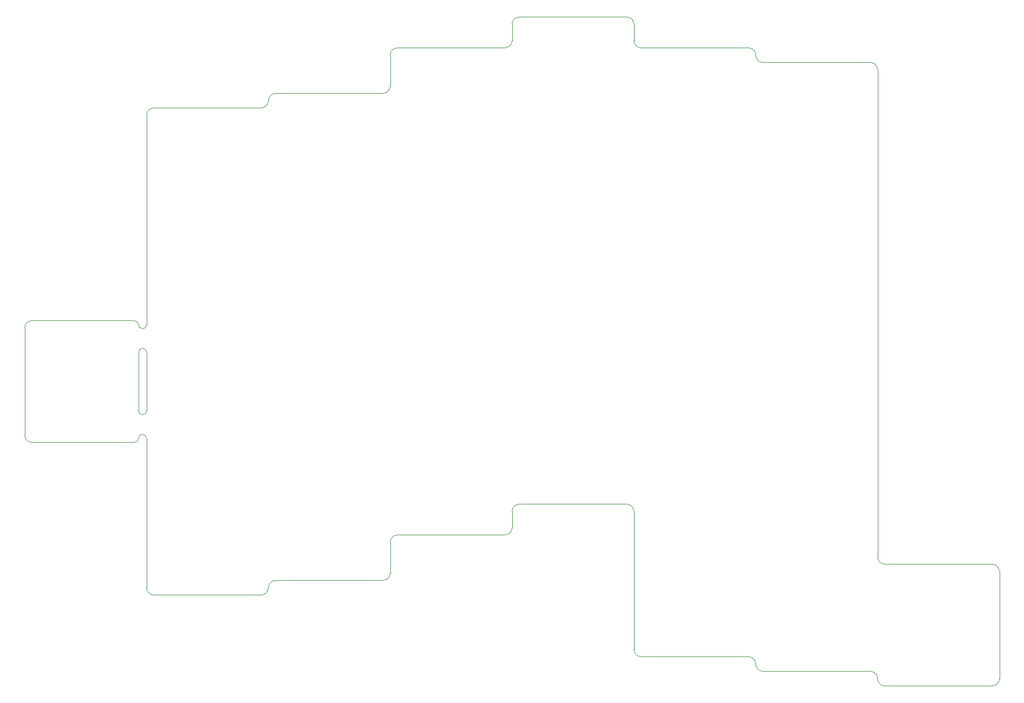
<source format=gm1>
G04 #@! TF.GenerationSoftware,KiCad,Pcbnew,(5.99.0-10902-g92c4596252)*
G04 #@! TF.CreationDate,2021-10-13T13:09:19+08:00*
G04 #@! TF.ProjectId,plate,706c6174-652e-46b6-9963-61645f706362,rev?*
G04 #@! TF.SameCoordinates,Original*
G04 #@! TF.FileFunction,Profile,NP*
%FSLAX46Y46*%
G04 Gerber Fmt 4.6, Leading zero omitted, Abs format (unit mm)*
G04 Created by KiCad (PCBNEW (5.99.0-10902-g92c4596252)) date 2021-10-13 13:09:19*
%MOMM*%
%LPD*%
G01*
G04 APERTURE LIST*
G04 #@! TA.AperFunction,Profile*
%ADD10C,0.100000*%
G04 #@! TD*
G04 APERTURE END LIST*
D10*
X88391993Y-97408995D02*
G75*
G03*
X89026989Y-96773999I0J634996D01*
G01*
X87757004Y-110236004D02*
G75*
G03*
X88392000Y-110871000I634996J0D01*
G01*
X88391992Y-113919008D02*
G75*
G03*
X87756996Y-114554004I0J-634996D01*
G01*
X89026996Y-101091996D02*
G75*
G03*
X88392000Y-100457000I-634996J0D01*
G01*
X87756996Y-96774000D02*
G75*
G03*
X88391992Y-97408996I634996J0D01*
G01*
X89026988Y-114554004D02*
G75*
G03*
X88391992Y-113919008I-634996J0D01*
G01*
X89026988Y-114554004D02*
X89027000Y-137922000D01*
X87756996Y-96774000D02*
G75*
G03*
X87122000Y-96139004I-634996J0D01*
G01*
X88392000Y-110871000D02*
G75*
G03*
X89026996Y-110236004I0J634996D01*
G01*
X88392000Y-100457000D02*
G75*
G03*
X87757004Y-101091996I0J-634996D01*
G01*
X87757004Y-101091996D02*
X87757004Y-110236004D01*
X89026996Y-110236004D02*
X89026996Y-101091996D01*
X87122000Y-115189000D02*
G75*
G03*
X87756996Y-114554004I0J634996D01*
G01*
X89027000Y-64008000D02*
X89026989Y-96773999D01*
X165227000Y-49784000D02*
X165227000Y-52324000D01*
X127127000Y-59436000D02*
G75*
G02*
X125984000Y-60579000I-1143000J0D01*
G01*
X145034000Y-129667000D02*
X128270000Y-129667000D01*
X109220000Y-60579000D02*
X125984000Y-60579000D01*
X166370000Y-148717000D02*
G75*
G02*
X165227000Y-147574000I0J1143000D01*
G01*
X183134000Y-53467000D02*
G75*
G02*
X184277000Y-54610000I0J-1143000D01*
G01*
X164084000Y-48641000D02*
G75*
G02*
X165227000Y-49784000I0J-1143000D01*
G01*
X127127000Y-130810000D02*
X127127000Y-135636000D01*
X87122000Y-115189000D02*
X71120000Y-115189000D01*
X221234000Y-153289000D02*
X204470000Y-153289000D01*
X202184000Y-151003000D02*
G75*
G02*
X203327000Y-152146000I0J-1143000D01*
G01*
X125984000Y-136779000D02*
X109220000Y-136779000D01*
X128270000Y-53467000D02*
X145034000Y-53467000D01*
X204470000Y-134239000D02*
X221234000Y-134239000D01*
X185420000Y-55753000D02*
X202184000Y-55753000D01*
X127127000Y-130810000D02*
G75*
G02*
X128270000Y-129667000I1143000J0D01*
G01*
X127127000Y-59436000D02*
X127127000Y-54610000D01*
X183134000Y-148717000D02*
X166370000Y-148717000D01*
X202184000Y-151003000D02*
X185420000Y-151003000D01*
X146177000Y-52324000D02*
G75*
G02*
X145034000Y-53467000I-1143000J0D01*
G01*
X146177000Y-49784000D02*
G75*
G02*
X147320000Y-48641000I1143000J0D01*
G01*
X166370000Y-53467000D02*
X183134000Y-53467000D01*
X90170000Y-139065000D02*
G75*
G02*
X89027000Y-137922000I0J1143000D01*
G01*
X69977000Y-114046000D02*
X69977000Y-97282000D01*
X185420000Y-151003000D02*
G75*
G02*
X184277000Y-149860000I0J1143000D01*
G01*
X202184000Y-55753000D02*
G75*
G02*
X203327000Y-56896000I0J-1143000D01*
G01*
X185420000Y-55753000D02*
G75*
G02*
X184277000Y-54610000I0J1143000D01*
G01*
X146177000Y-125984000D02*
X146177000Y-128524000D01*
X90170000Y-62865000D02*
X106934000Y-62865000D01*
X146177000Y-52324000D02*
X146177000Y-49784000D01*
X183134000Y-148717000D02*
G75*
G02*
X184277000Y-149860000I0J-1143000D01*
G01*
X127127000Y-54610000D02*
G75*
G02*
X128270000Y-53467000I1143000J0D01*
G01*
X127127000Y-135636000D02*
G75*
G02*
X125984000Y-136779000I-1143000J0D01*
G01*
X164084000Y-124841000D02*
G75*
G02*
X165227000Y-125984000I0J-1143000D01*
G01*
X222377000Y-135382000D02*
X222377000Y-152146000D01*
X108077000Y-61722000D02*
G75*
G02*
X109220000Y-60579000I1143000J0D01*
G01*
X71120000Y-115189000D02*
G75*
G02*
X69977000Y-114046000I0J1143000D01*
G01*
X146177000Y-125984000D02*
G75*
G02*
X147320000Y-124841000I1143000J0D01*
G01*
X108077000Y-137922000D02*
G75*
G02*
X106934000Y-139065000I-1143000J0D01*
G01*
X108077000Y-137922000D02*
G75*
G02*
X109220000Y-136779000I1143000J0D01*
G01*
X106934000Y-139065000D02*
X90170000Y-139065000D01*
X204470000Y-134239000D02*
G75*
G02*
X203327000Y-133096000I0J1143000D01*
G01*
X147320000Y-48641000D02*
X164084000Y-48641000D01*
X221234000Y-134239000D02*
G75*
G02*
X222377000Y-135382000I0J-1143000D01*
G01*
X164084000Y-124841000D02*
X147320000Y-124841000D01*
X108077000Y-61722000D02*
G75*
G02*
X106934000Y-62865000I-1143000J0D01*
G01*
X146177000Y-128524000D02*
G75*
G02*
X145034000Y-129667000I-1143000J0D01*
G01*
X166370000Y-53467000D02*
G75*
G02*
X165227000Y-52324000I0J1143000D01*
G01*
X165227000Y-147574000D02*
X165227000Y-125984000D01*
X222377000Y-152146000D02*
G75*
G02*
X221234000Y-153289000I-1143000J0D01*
G01*
X69977000Y-97282000D02*
G75*
G02*
X71120000Y-96139000I1143000J0D01*
G01*
X204470000Y-153289000D02*
G75*
G02*
X203327000Y-152146000I0J1143000D01*
G01*
X89027000Y-64008000D02*
G75*
G02*
X90170000Y-62865000I1143000J0D01*
G01*
X71120000Y-96139000D02*
X87122000Y-96139004D01*
X203327000Y-56896000D02*
X203327000Y-133096000D01*
M02*

</source>
